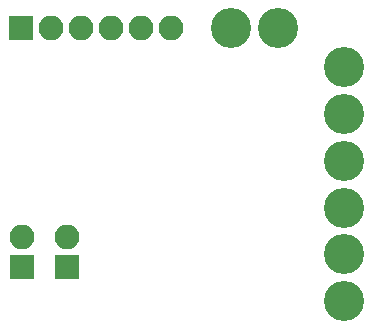
<source format=gbr>
G04 #@! TF.GenerationSoftware,KiCad,Pcbnew,(5.0.0)*
G04 #@! TF.CreationDate,2020-05-23T19:44:19-07:00*
G04 #@! TF.ProjectId,WS2811 Expander,57533238313120457870616E6465722E,rev?*
G04 #@! TF.SameCoordinates,Original*
G04 #@! TF.FileFunction,Soldermask,Bot*
G04 #@! TF.FilePolarity,Negative*
%FSLAX46Y46*%
G04 Gerber Fmt 4.6, Leading zero omitted, Abs format (unit mm)*
G04 Created by KiCad (PCBNEW (5.0.0)) date 05/23/20 19:44:19*
%MOMM*%
%LPD*%
G01*
G04 APERTURE LIST*
%ADD10R,2.100000X2.100000*%
%ADD11O,2.100000X2.100000*%
%ADD12C,3.400000*%
G04 APERTURE END LIST*
D10*
G04 #@! TO.C,J3*
X137360000Y-24950000D03*
D11*
X139900000Y-24950000D03*
X142440000Y-24950000D03*
X144980000Y-24950000D03*
X147520000Y-24950000D03*
X150060000Y-24950000D03*
G04 #@! TD*
D10*
G04 #@! TO.C, R10*
X141240000Y-45190000D03*
D11*
X141240000Y-42650000D03*
G04 #@! TD*
D10*
G04 #@! TO.C,R9 *
X137460000Y-45190000D03*
D11*
X137460000Y-42650000D03*
G04 #@! TD*
D12*
G04 #@! TO.C,J2 *
X164660000Y-28300000D03*
X164660000Y-32260000D03*
X164660000Y-36220000D03*
X164660000Y-40180000D03*
X164660000Y-44140000D03*
X164660000Y-48100000D03*
G04 #@! TD*
G04 #@! TO.C,J1 *
X155135000Y-24990000D03*
X159095000Y-24990000D03*
G04 #@! TD*
M02*

</source>
